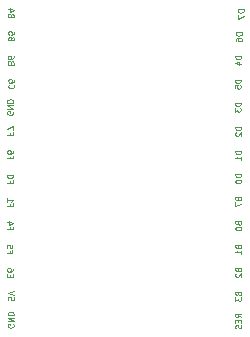
<source format=gbr>
%TF.GenerationSoftware,KiCad,Pcbnew,9.0.4*%
%TF.CreationDate,2025-11-28T03:43:33-08:00*%
%TF.ProjectId,ATmega32u4_Dev,41546d65-6761-4333-9275-345f4465762e,rev?*%
%TF.SameCoordinates,Original*%
%TF.FileFunction,Legend,Bot*%
%TF.FilePolarity,Positive*%
%FSLAX46Y46*%
G04 Gerber Fmt 4.6, Leading zero omitted, Abs format (unit mm)*
G04 Created by KiCad (PCBNEW 9.0.4) date 2025-11-28 03:43:33*
%MOMM*%
%LPD*%
G01*
G04 APERTURE LIST*
%ADD10C,0.100000*%
G04 APERTURE END LIST*
D10*
X168833609Y-111220550D02*
X168595514Y-111053884D01*
X168833609Y-110934836D02*
X168333609Y-110934836D01*
X168333609Y-110934836D02*
X168333609Y-111125312D01*
X168333609Y-111125312D02*
X168357419Y-111172931D01*
X168357419Y-111172931D02*
X168381228Y-111196741D01*
X168381228Y-111196741D02*
X168428847Y-111220550D01*
X168428847Y-111220550D02*
X168500276Y-111220550D01*
X168500276Y-111220550D02*
X168547895Y-111196741D01*
X168547895Y-111196741D02*
X168571704Y-111172931D01*
X168571704Y-111172931D02*
X168595514Y-111125312D01*
X168595514Y-111125312D02*
X168595514Y-110934836D01*
X168571704Y-111434836D02*
X168571704Y-111601503D01*
X168833609Y-111672931D02*
X168833609Y-111434836D01*
X168833609Y-111434836D02*
X168333609Y-111434836D01*
X168333609Y-111434836D02*
X168333609Y-111672931D01*
X168809800Y-111863408D02*
X168833609Y-111934836D01*
X168833609Y-111934836D02*
X168833609Y-112053884D01*
X168833609Y-112053884D02*
X168809800Y-112101503D01*
X168809800Y-112101503D02*
X168785990Y-112125312D01*
X168785990Y-112125312D02*
X168738371Y-112149122D01*
X168738371Y-112149122D02*
X168690752Y-112149122D01*
X168690752Y-112149122D02*
X168643133Y-112125312D01*
X168643133Y-112125312D02*
X168619323Y-112101503D01*
X168619323Y-112101503D02*
X168595514Y-112053884D01*
X168595514Y-112053884D02*
X168571704Y-111958646D01*
X168571704Y-111958646D02*
X168547895Y-111911027D01*
X168547895Y-111911027D02*
X168524085Y-111887217D01*
X168524085Y-111887217D02*
X168476466Y-111863408D01*
X168476466Y-111863408D02*
X168428847Y-111863408D01*
X168428847Y-111863408D02*
X168381228Y-111887217D01*
X168381228Y-111887217D02*
X168357419Y-111911027D01*
X168357419Y-111911027D02*
X168333609Y-111958646D01*
X168333609Y-111958646D02*
X168333609Y-112077693D01*
X168333609Y-112077693D02*
X168357419Y-112149122D01*
X168571704Y-109201503D02*
X168595514Y-109272931D01*
X168595514Y-109272931D02*
X168619323Y-109296741D01*
X168619323Y-109296741D02*
X168666942Y-109320550D01*
X168666942Y-109320550D02*
X168738371Y-109320550D01*
X168738371Y-109320550D02*
X168785990Y-109296741D01*
X168785990Y-109296741D02*
X168809800Y-109272931D01*
X168809800Y-109272931D02*
X168833609Y-109225312D01*
X168833609Y-109225312D02*
X168833609Y-109034836D01*
X168833609Y-109034836D02*
X168333609Y-109034836D01*
X168333609Y-109034836D02*
X168333609Y-109201503D01*
X168333609Y-109201503D02*
X168357419Y-109249122D01*
X168357419Y-109249122D02*
X168381228Y-109272931D01*
X168381228Y-109272931D02*
X168428847Y-109296741D01*
X168428847Y-109296741D02*
X168476466Y-109296741D01*
X168476466Y-109296741D02*
X168524085Y-109272931D01*
X168524085Y-109272931D02*
X168547895Y-109249122D01*
X168547895Y-109249122D02*
X168571704Y-109201503D01*
X168571704Y-109201503D02*
X168571704Y-109034836D01*
X168333609Y-109487217D02*
X168333609Y-109796741D01*
X168333609Y-109796741D02*
X168524085Y-109630074D01*
X168524085Y-109630074D02*
X168524085Y-109701503D01*
X168524085Y-109701503D02*
X168547895Y-109749122D01*
X168547895Y-109749122D02*
X168571704Y-109772931D01*
X168571704Y-109772931D02*
X168619323Y-109796741D01*
X168619323Y-109796741D02*
X168738371Y-109796741D01*
X168738371Y-109796741D02*
X168785990Y-109772931D01*
X168785990Y-109772931D02*
X168809800Y-109749122D01*
X168809800Y-109749122D02*
X168833609Y-109701503D01*
X168833609Y-109701503D02*
X168833609Y-109558646D01*
X168833609Y-109558646D02*
X168809800Y-109511027D01*
X168809800Y-109511027D02*
X168785990Y-109487217D01*
X168571704Y-107201503D02*
X168595514Y-107272931D01*
X168595514Y-107272931D02*
X168619323Y-107296741D01*
X168619323Y-107296741D02*
X168666942Y-107320550D01*
X168666942Y-107320550D02*
X168738371Y-107320550D01*
X168738371Y-107320550D02*
X168785990Y-107296741D01*
X168785990Y-107296741D02*
X168809800Y-107272931D01*
X168809800Y-107272931D02*
X168833609Y-107225312D01*
X168833609Y-107225312D02*
X168833609Y-107034836D01*
X168833609Y-107034836D02*
X168333609Y-107034836D01*
X168333609Y-107034836D02*
X168333609Y-107201503D01*
X168333609Y-107201503D02*
X168357419Y-107249122D01*
X168357419Y-107249122D02*
X168381228Y-107272931D01*
X168381228Y-107272931D02*
X168428847Y-107296741D01*
X168428847Y-107296741D02*
X168476466Y-107296741D01*
X168476466Y-107296741D02*
X168524085Y-107272931D01*
X168524085Y-107272931D02*
X168547895Y-107249122D01*
X168547895Y-107249122D02*
X168571704Y-107201503D01*
X168571704Y-107201503D02*
X168571704Y-107034836D01*
X168381228Y-107511027D02*
X168357419Y-107534836D01*
X168357419Y-107534836D02*
X168333609Y-107582455D01*
X168333609Y-107582455D02*
X168333609Y-107701503D01*
X168333609Y-107701503D02*
X168357419Y-107749122D01*
X168357419Y-107749122D02*
X168381228Y-107772931D01*
X168381228Y-107772931D02*
X168428847Y-107796741D01*
X168428847Y-107796741D02*
X168476466Y-107796741D01*
X168476466Y-107796741D02*
X168547895Y-107772931D01*
X168547895Y-107772931D02*
X168833609Y-107487217D01*
X168833609Y-107487217D02*
X168833609Y-107796741D01*
X168571704Y-105251503D02*
X168595514Y-105322931D01*
X168595514Y-105322931D02*
X168619323Y-105346741D01*
X168619323Y-105346741D02*
X168666942Y-105370550D01*
X168666942Y-105370550D02*
X168738371Y-105370550D01*
X168738371Y-105370550D02*
X168785990Y-105346741D01*
X168785990Y-105346741D02*
X168809800Y-105322931D01*
X168809800Y-105322931D02*
X168833609Y-105275312D01*
X168833609Y-105275312D02*
X168833609Y-105084836D01*
X168833609Y-105084836D02*
X168333609Y-105084836D01*
X168333609Y-105084836D02*
X168333609Y-105251503D01*
X168333609Y-105251503D02*
X168357419Y-105299122D01*
X168357419Y-105299122D02*
X168381228Y-105322931D01*
X168381228Y-105322931D02*
X168428847Y-105346741D01*
X168428847Y-105346741D02*
X168476466Y-105346741D01*
X168476466Y-105346741D02*
X168524085Y-105322931D01*
X168524085Y-105322931D02*
X168547895Y-105299122D01*
X168547895Y-105299122D02*
X168571704Y-105251503D01*
X168571704Y-105251503D02*
X168571704Y-105084836D01*
X168833609Y-105846741D02*
X168833609Y-105561027D01*
X168833609Y-105703884D02*
X168333609Y-105703884D01*
X168333609Y-105703884D02*
X168405038Y-105656265D01*
X168405038Y-105656265D02*
X168452657Y-105608646D01*
X168452657Y-105608646D02*
X168476466Y-105561027D01*
X168571704Y-103251503D02*
X168595514Y-103322931D01*
X168595514Y-103322931D02*
X168619323Y-103346741D01*
X168619323Y-103346741D02*
X168666942Y-103370550D01*
X168666942Y-103370550D02*
X168738371Y-103370550D01*
X168738371Y-103370550D02*
X168785990Y-103346741D01*
X168785990Y-103346741D02*
X168809800Y-103322931D01*
X168809800Y-103322931D02*
X168833609Y-103275312D01*
X168833609Y-103275312D02*
X168833609Y-103084836D01*
X168833609Y-103084836D02*
X168333609Y-103084836D01*
X168333609Y-103084836D02*
X168333609Y-103251503D01*
X168333609Y-103251503D02*
X168357419Y-103299122D01*
X168357419Y-103299122D02*
X168381228Y-103322931D01*
X168381228Y-103322931D02*
X168428847Y-103346741D01*
X168428847Y-103346741D02*
X168476466Y-103346741D01*
X168476466Y-103346741D02*
X168524085Y-103322931D01*
X168524085Y-103322931D02*
X168547895Y-103299122D01*
X168547895Y-103299122D02*
X168571704Y-103251503D01*
X168571704Y-103251503D02*
X168571704Y-103084836D01*
X168333609Y-103680074D02*
X168333609Y-103727693D01*
X168333609Y-103727693D02*
X168357419Y-103775312D01*
X168357419Y-103775312D02*
X168381228Y-103799122D01*
X168381228Y-103799122D02*
X168428847Y-103822931D01*
X168428847Y-103822931D02*
X168524085Y-103846741D01*
X168524085Y-103846741D02*
X168643133Y-103846741D01*
X168643133Y-103846741D02*
X168738371Y-103822931D01*
X168738371Y-103822931D02*
X168785990Y-103799122D01*
X168785990Y-103799122D02*
X168809800Y-103775312D01*
X168809800Y-103775312D02*
X168833609Y-103727693D01*
X168833609Y-103727693D02*
X168833609Y-103680074D01*
X168833609Y-103680074D02*
X168809800Y-103632455D01*
X168809800Y-103632455D02*
X168785990Y-103608646D01*
X168785990Y-103608646D02*
X168738371Y-103584836D01*
X168738371Y-103584836D02*
X168643133Y-103561027D01*
X168643133Y-103561027D02*
X168524085Y-103561027D01*
X168524085Y-103561027D02*
X168428847Y-103584836D01*
X168428847Y-103584836D02*
X168381228Y-103608646D01*
X168381228Y-103608646D02*
X168357419Y-103632455D01*
X168357419Y-103632455D02*
X168333609Y-103680074D01*
X168571704Y-101201503D02*
X168595514Y-101272931D01*
X168595514Y-101272931D02*
X168619323Y-101296741D01*
X168619323Y-101296741D02*
X168666942Y-101320550D01*
X168666942Y-101320550D02*
X168738371Y-101320550D01*
X168738371Y-101320550D02*
X168785990Y-101296741D01*
X168785990Y-101296741D02*
X168809800Y-101272931D01*
X168809800Y-101272931D02*
X168833609Y-101225312D01*
X168833609Y-101225312D02*
X168833609Y-101034836D01*
X168833609Y-101034836D02*
X168333609Y-101034836D01*
X168333609Y-101034836D02*
X168333609Y-101201503D01*
X168333609Y-101201503D02*
X168357419Y-101249122D01*
X168357419Y-101249122D02*
X168381228Y-101272931D01*
X168381228Y-101272931D02*
X168428847Y-101296741D01*
X168428847Y-101296741D02*
X168476466Y-101296741D01*
X168476466Y-101296741D02*
X168524085Y-101272931D01*
X168524085Y-101272931D02*
X168547895Y-101249122D01*
X168547895Y-101249122D02*
X168571704Y-101201503D01*
X168571704Y-101201503D02*
X168571704Y-101034836D01*
X168333609Y-101487217D02*
X168333609Y-101820550D01*
X168333609Y-101820550D02*
X168833609Y-101606265D01*
X168833609Y-99084836D02*
X168333609Y-99084836D01*
X168333609Y-99084836D02*
X168333609Y-99203884D01*
X168333609Y-99203884D02*
X168357419Y-99275312D01*
X168357419Y-99275312D02*
X168405038Y-99322931D01*
X168405038Y-99322931D02*
X168452657Y-99346741D01*
X168452657Y-99346741D02*
X168547895Y-99370550D01*
X168547895Y-99370550D02*
X168619323Y-99370550D01*
X168619323Y-99370550D02*
X168714561Y-99346741D01*
X168714561Y-99346741D02*
X168762180Y-99322931D01*
X168762180Y-99322931D02*
X168809800Y-99275312D01*
X168809800Y-99275312D02*
X168833609Y-99203884D01*
X168833609Y-99203884D02*
X168833609Y-99084836D01*
X168333609Y-99680074D02*
X168333609Y-99727693D01*
X168333609Y-99727693D02*
X168357419Y-99775312D01*
X168357419Y-99775312D02*
X168381228Y-99799122D01*
X168381228Y-99799122D02*
X168428847Y-99822931D01*
X168428847Y-99822931D02*
X168524085Y-99846741D01*
X168524085Y-99846741D02*
X168643133Y-99846741D01*
X168643133Y-99846741D02*
X168738371Y-99822931D01*
X168738371Y-99822931D02*
X168785990Y-99799122D01*
X168785990Y-99799122D02*
X168809800Y-99775312D01*
X168809800Y-99775312D02*
X168833609Y-99727693D01*
X168833609Y-99727693D02*
X168833609Y-99680074D01*
X168833609Y-99680074D02*
X168809800Y-99632455D01*
X168809800Y-99632455D02*
X168785990Y-99608646D01*
X168785990Y-99608646D02*
X168738371Y-99584836D01*
X168738371Y-99584836D02*
X168643133Y-99561027D01*
X168643133Y-99561027D02*
X168524085Y-99561027D01*
X168524085Y-99561027D02*
X168428847Y-99584836D01*
X168428847Y-99584836D02*
X168381228Y-99608646D01*
X168381228Y-99608646D02*
X168357419Y-99632455D01*
X168357419Y-99632455D02*
X168333609Y-99680074D01*
X168833609Y-97134836D02*
X168333609Y-97134836D01*
X168333609Y-97134836D02*
X168333609Y-97253884D01*
X168333609Y-97253884D02*
X168357419Y-97325312D01*
X168357419Y-97325312D02*
X168405038Y-97372931D01*
X168405038Y-97372931D02*
X168452657Y-97396741D01*
X168452657Y-97396741D02*
X168547895Y-97420550D01*
X168547895Y-97420550D02*
X168619323Y-97420550D01*
X168619323Y-97420550D02*
X168714561Y-97396741D01*
X168714561Y-97396741D02*
X168762180Y-97372931D01*
X168762180Y-97372931D02*
X168809800Y-97325312D01*
X168809800Y-97325312D02*
X168833609Y-97253884D01*
X168833609Y-97253884D02*
X168833609Y-97134836D01*
X168833609Y-97896741D02*
X168833609Y-97611027D01*
X168833609Y-97753884D02*
X168333609Y-97753884D01*
X168333609Y-97753884D02*
X168405038Y-97706265D01*
X168405038Y-97706265D02*
X168452657Y-97658646D01*
X168452657Y-97658646D02*
X168476466Y-97611027D01*
X168833609Y-95084836D02*
X168333609Y-95084836D01*
X168333609Y-95084836D02*
X168333609Y-95203884D01*
X168333609Y-95203884D02*
X168357419Y-95275312D01*
X168357419Y-95275312D02*
X168405038Y-95322931D01*
X168405038Y-95322931D02*
X168452657Y-95346741D01*
X168452657Y-95346741D02*
X168547895Y-95370550D01*
X168547895Y-95370550D02*
X168619323Y-95370550D01*
X168619323Y-95370550D02*
X168714561Y-95346741D01*
X168714561Y-95346741D02*
X168762180Y-95322931D01*
X168762180Y-95322931D02*
X168809800Y-95275312D01*
X168809800Y-95275312D02*
X168833609Y-95203884D01*
X168833609Y-95203884D02*
X168833609Y-95084836D01*
X168381228Y-95561027D02*
X168357419Y-95584836D01*
X168357419Y-95584836D02*
X168333609Y-95632455D01*
X168333609Y-95632455D02*
X168333609Y-95751503D01*
X168333609Y-95751503D02*
X168357419Y-95799122D01*
X168357419Y-95799122D02*
X168381228Y-95822931D01*
X168381228Y-95822931D02*
X168428847Y-95846741D01*
X168428847Y-95846741D02*
X168476466Y-95846741D01*
X168476466Y-95846741D02*
X168547895Y-95822931D01*
X168547895Y-95822931D02*
X168833609Y-95537217D01*
X168833609Y-95537217D02*
X168833609Y-95846741D01*
X168783609Y-93034836D02*
X168283609Y-93034836D01*
X168283609Y-93034836D02*
X168283609Y-93153884D01*
X168283609Y-93153884D02*
X168307419Y-93225312D01*
X168307419Y-93225312D02*
X168355038Y-93272931D01*
X168355038Y-93272931D02*
X168402657Y-93296741D01*
X168402657Y-93296741D02*
X168497895Y-93320550D01*
X168497895Y-93320550D02*
X168569323Y-93320550D01*
X168569323Y-93320550D02*
X168664561Y-93296741D01*
X168664561Y-93296741D02*
X168712180Y-93272931D01*
X168712180Y-93272931D02*
X168759800Y-93225312D01*
X168759800Y-93225312D02*
X168783609Y-93153884D01*
X168783609Y-93153884D02*
X168783609Y-93034836D01*
X168283609Y-93487217D02*
X168283609Y-93796741D01*
X168283609Y-93796741D02*
X168474085Y-93630074D01*
X168474085Y-93630074D02*
X168474085Y-93701503D01*
X168474085Y-93701503D02*
X168497895Y-93749122D01*
X168497895Y-93749122D02*
X168521704Y-93772931D01*
X168521704Y-93772931D02*
X168569323Y-93796741D01*
X168569323Y-93796741D02*
X168688371Y-93796741D01*
X168688371Y-93796741D02*
X168735990Y-93772931D01*
X168735990Y-93772931D02*
X168759800Y-93749122D01*
X168759800Y-93749122D02*
X168783609Y-93701503D01*
X168783609Y-93701503D02*
X168783609Y-93558646D01*
X168783609Y-93558646D02*
X168759800Y-93511027D01*
X168759800Y-93511027D02*
X168735990Y-93487217D01*
X168783609Y-91084836D02*
X168283609Y-91084836D01*
X168283609Y-91084836D02*
X168283609Y-91203884D01*
X168283609Y-91203884D02*
X168307419Y-91275312D01*
X168307419Y-91275312D02*
X168355038Y-91322931D01*
X168355038Y-91322931D02*
X168402657Y-91346741D01*
X168402657Y-91346741D02*
X168497895Y-91370550D01*
X168497895Y-91370550D02*
X168569323Y-91370550D01*
X168569323Y-91370550D02*
X168664561Y-91346741D01*
X168664561Y-91346741D02*
X168712180Y-91322931D01*
X168712180Y-91322931D02*
X168759800Y-91275312D01*
X168759800Y-91275312D02*
X168783609Y-91203884D01*
X168783609Y-91203884D02*
X168783609Y-91084836D01*
X168283609Y-91822931D02*
X168283609Y-91584836D01*
X168283609Y-91584836D02*
X168521704Y-91561027D01*
X168521704Y-91561027D02*
X168497895Y-91584836D01*
X168497895Y-91584836D02*
X168474085Y-91632455D01*
X168474085Y-91632455D02*
X168474085Y-91751503D01*
X168474085Y-91751503D02*
X168497895Y-91799122D01*
X168497895Y-91799122D02*
X168521704Y-91822931D01*
X168521704Y-91822931D02*
X168569323Y-91846741D01*
X168569323Y-91846741D02*
X168688371Y-91846741D01*
X168688371Y-91846741D02*
X168735990Y-91822931D01*
X168735990Y-91822931D02*
X168759800Y-91799122D01*
X168759800Y-91799122D02*
X168783609Y-91751503D01*
X168783609Y-91751503D02*
X168783609Y-91632455D01*
X168783609Y-91632455D02*
X168759800Y-91584836D01*
X168759800Y-91584836D02*
X168735990Y-91561027D01*
X168833609Y-89084836D02*
X168333609Y-89084836D01*
X168333609Y-89084836D02*
X168333609Y-89203884D01*
X168333609Y-89203884D02*
X168357419Y-89275312D01*
X168357419Y-89275312D02*
X168405038Y-89322931D01*
X168405038Y-89322931D02*
X168452657Y-89346741D01*
X168452657Y-89346741D02*
X168547895Y-89370550D01*
X168547895Y-89370550D02*
X168619323Y-89370550D01*
X168619323Y-89370550D02*
X168714561Y-89346741D01*
X168714561Y-89346741D02*
X168762180Y-89322931D01*
X168762180Y-89322931D02*
X168809800Y-89275312D01*
X168809800Y-89275312D02*
X168833609Y-89203884D01*
X168833609Y-89203884D02*
X168833609Y-89084836D01*
X168500276Y-89799122D02*
X168833609Y-89799122D01*
X168309800Y-89680074D02*
X168666942Y-89561027D01*
X168666942Y-89561027D02*
X168666942Y-89870550D01*
X168883609Y-87084836D02*
X168383609Y-87084836D01*
X168383609Y-87084836D02*
X168383609Y-87203884D01*
X168383609Y-87203884D02*
X168407419Y-87275312D01*
X168407419Y-87275312D02*
X168455038Y-87322931D01*
X168455038Y-87322931D02*
X168502657Y-87346741D01*
X168502657Y-87346741D02*
X168597895Y-87370550D01*
X168597895Y-87370550D02*
X168669323Y-87370550D01*
X168669323Y-87370550D02*
X168764561Y-87346741D01*
X168764561Y-87346741D02*
X168812180Y-87322931D01*
X168812180Y-87322931D02*
X168859800Y-87275312D01*
X168859800Y-87275312D02*
X168883609Y-87203884D01*
X168883609Y-87203884D02*
X168883609Y-87084836D01*
X168383609Y-87799122D02*
X168383609Y-87703884D01*
X168383609Y-87703884D02*
X168407419Y-87656265D01*
X168407419Y-87656265D02*
X168431228Y-87632455D01*
X168431228Y-87632455D02*
X168502657Y-87584836D01*
X168502657Y-87584836D02*
X168597895Y-87561027D01*
X168597895Y-87561027D02*
X168788371Y-87561027D01*
X168788371Y-87561027D02*
X168835990Y-87584836D01*
X168835990Y-87584836D02*
X168859800Y-87608646D01*
X168859800Y-87608646D02*
X168883609Y-87656265D01*
X168883609Y-87656265D02*
X168883609Y-87751503D01*
X168883609Y-87751503D02*
X168859800Y-87799122D01*
X168859800Y-87799122D02*
X168835990Y-87822931D01*
X168835990Y-87822931D02*
X168788371Y-87846741D01*
X168788371Y-87846741D02*
X168669323Y-87846741D01*
X168669323Y-87846741D02*
X168621704Y-87822931D01*
X168621704Y-87822931D02*
X168597895Y-87799122D01*
X168597895Y-87799122D02*
X168574085Y-87751503D01*
X168574085Y-87751503D02*
X168574085Y-87656265D01*
X168574085Y-87656265D02*
X168597895Y-87608646D01*
X168597895Y-87608646D02*
X168621704Y-87584836D01*
X168621704Y-87584836D02*
X168669323Y-87561027D01*
X169033609Y-85134836D02*
X168533609Y-85134836D01*
X168533609Y-85134836D02*
X168533609Y-85253884D01*
X168533609Y-85253884D02*
X168557419Y-85325312D01*
X168557419Y-85325312D02*
X168605038Y-85372931D01*
X168605038Y-85372931D02*
X168652657Y-85396741D01*
X168652657Y-85396741D02*
X168747895Y-85420550D01*
X168747895Y-85420550D02*
X168819323Y-85420550D01*
X168819323Y-85420550D02*
X168914561Y-85396741D01*
X168914561Y-85396741D02*
X168962180Y-85372931D01*
X168962180Y-85372931D02*
X169009800Y-85325312D01*
X169009800Y-85325312D02*
X169033609Y-85253884D01*
X169033609Y-85253884D02*
X169033609Y-85134836D01*
X168533609Y-85587217D02*
X168533609Y-85920550D01*
X168533609Y-85920550D02*
X169033609Y-85706265D01*
X149542580Y-111803258D02*
X149566390Y-111850877D01*
X149566390Y-111850877D02*
X149566390Y-111922306D01*
X149566390Y-111922306D02*
X149542580Y-111993734D01*
X149542580Y-111993734D02*
X149494961Y-112041353D01*
X149494961Y-112041353D02*
X149447342Y-112065163D01*
X149447342Y-112065163D02*
X149352104Y-112088972D01*
X149352104Y-112088972D02*
X149280676Y-112088972D01*
X149280676Y-112088972D02*
X149185438Y-112065163D01*
X149185438Y-112065163D02*
X149137819Y-112041353D01*
X149137819Y-112041353D02*
X149090200Y-111993734D01*
X149090200Y-111993734D02*
X149066390Y-111922306D01*
X149066390Y-111922306D02*
X149066390Y-111874687D01*
X149066390Y-111874687D02*
X149090200Y-111803258D01*
X149090200Y-111803258D02*
X149114009Y-111779449D01*
X149114009Y-111779449D02*
X149280676Y-111779449D01*
X149280676Y-111779449D02*
X149280676Y-111874687D01*
X149066390Y-111565163D02*
X149566390Y-111565163D01*
X149566390Y-111565163D02*
X149066390Y-111279449D01*
X149066390Y-111279449D02*
X149566390Y-111279449D01*
X149066390Y-111041353D02*
X149566390Y-111041353D01*
X149566390Y-111041353D02*
X149566390Y-110922305D01*
X149566390Y-110922305D02*
X149542580Y-110850877D01*
X149542580Y-110850877D02*
X149494961Y-110803258D01*
X149494961Y-110803258D02*
X149447342Y-110779448D01*
X149447342Y-110779448D02*
X149352104Y-110755639D01*
X149352104Y-110755639D02*
X149280676Y-110755639D01*
X149280676Y-110755639D02*
X149185438Y-110779448D01*
X149185438Y-110779448D02*
X149137819Y-110803258D01*
X149137819Y-110803258D02*
X149090200Y-110850877D01*
X149090200Y-110850877D02*
X149066390Y-110922305D01*
X149066390Y-110922305D02*
X149066390Y-111041353D01*
X149566390Y-109477068D02*
X149566390Y-109715163D01*
X149566390Y-109715163D02*
X149328295Y-109738972D01*
X149328295Y-109738972D02*
X149352104Y-109715163D01*
X149352104Y-109715163D02*
X149375914Y-109667544D01*
X149375914Y-109667544D02*
X149375914Y-109548496D01*
X149375914Y-109548496D02*
X149352104Y-109500877D01*
X149352104Y-109500877D02*
X149328295Y-109477068D01*
X149328295Y-109477068D02*
X149280676Y-109453258D01*
X149280676Y-109453258D02*
X149161628Y-109453258D01*
X149161628Y-109453258D02*
X149114009Y-109477068D01*
X149114009Y-109477068D02*
X149090200Y-109500877D01*
X149090200Y-109500877D02*
X149066390Y-109548496D01*
X149066390Y-109548496D02*
X149066390Y-109667544D01*
X149066390Y-109667544D02*
X149090200Y-109715163D01*
X149090200Y-109715163D02*
X149114009Y-109738972D01*
X149566390Y-109310401D02*
X149066390Y-109143735D01*
X149066390Y-109143735D02*
X149566390Y-108977068D01*
X149278295Y-107765163D02*
X149278295Y-107598496D01*
X149016390Y-107527068D02*
X149016390Y-107765163D01*
X149016390Y-107765163D02*
X149516390Y-107765163D01*
X149516390Y-107765163D02*
X149516390Y-107527068D01*
X149516390Y-107098496D02*
X149516390Y-107193734D01*
X149516390Y-107193734D02*
X149492580Y-107241353D01*
X149492580Y-107241353D02*
X149468771Y-107265163D01*
X149468771Y-107265163D02*
X149397342Y-107312782D01*
X149397342Y-107312782D02*
X149302104Y-107336591D01*
X149302104Y-107336591D02*
X149111628Y-107336591D01*
X149111628Y-107336591D02*
X149064009Y-107312782D01*
X149064009Y-107312782D02*
X149040200Y-107288972D01*
X149040200Y-107288972D02*
X149016390Y-107241353D01*
X149016390Y-107241353D02*
X149016390Y-107146115D01*
X149016390Y-107146115D02*
X149040200Y-107098496D01*
X149040200Y-107098496D02*
X149064009Y-107074687D01*
X149064009Y-107074687D02*
X149111628Y-107050877D01*
X149111628Y-107050877D02*
X149230676Y-107050877D01*
X149230676Y-107050877D02*
X149278295Y-107074687D01*
X149278295Y-107074687D02*
X149302104Y-107098496D01*
X149302104Y-107098496D02*
X149325914Y-107146115D01*
X149325914Y-107146115D02*
X149325914Y-107241353D01*
X149325914Y-107241353D02*
X149302104Y-107288972D01*
X149302104Y-107288972D02*
X149278295Y-107312782D01*
X149278295Y-107312782D02*
X149230676Y-107336591D01*
X149228295Y-105598496D02*
X149228295Y-105765163D01*
X148966390Y-105765163D02*
X149466390Y-105765163D01*
X149466390Y-105765163D02*
X149466390Y-105527068D01*
X149466390Y-105098497D02*
X149466390Y-105336592D01*
X149466390Y-105336592D02*
X149228295Y-105360401D01*
X149228295Y-105360401D02*
X149252104Y-105336592D01*
X149252104Y-105336592D02*
X149275914Y-105288973D01*
X149275914Y-105288973D02*
X149275914Y-105169925D01*
X149275914Y-105169925D02*
X149252104Y-105122306D01*
X149252104Y-105122306D02*
X149228295Y-105098497D01*
X149228295Y-105098497D02*
X149180676Y-105074687D01*
X149180676Y-105074687D02*
X149061628Y-105074687D01*
X149061628Y-105074687D02*
X149014009Y-105098497D01*
X149014009Y-105098497D02*
X148990200Y-105122306D01*
X148990200Y-105122306D02*
X148966390Y-105169925D01*
X148966390Y-105169925D02*
X148966390Y-105288973D01*
X148966390Y-105288973D02*
X148990200Y-105336592D01*
X148990200Y-105336592D02*
X149014009Y-105360401D01*
X149278295Y-103598496D02*
X149278295Y-103765163D01*
X149016390Y-103765163D02*
X149516390Y-103765163D01*
X149516390Y-103765163D02*
X149516390Y-103527068D01*
X149349723Y-103122306D02*
X149016390Y-103122306D01*
X149540200Y-103241354D02*
X149183057Y-103360401D01*
X149183057Y-103360401D02*
X149183057Y-103050878D01*
X149278295Y-101648496D02*
X149278295Y-101815163D01*
X149016390Y-101815163D02*
X149516390Y-101815163D01*
X149516390Y-101815163D02*
X149516390Y-101577068D01*
X149016390Y-101124687D02*
X149016390Y-101410401D01*
X149016390Y-101267544D02*
X149516390Y-101267544D01*
X149516390Y-101267544D02*
X149444961Y-101315163D01*
X149444961Y-101315163D02*
X149397342Y-101362782D01*
X149397342Y-101362782D02*
X149373533Y-101410401D01*
X149278295Y-99648496D02*
X149278295Y-99815163D01*
X149016390Y-99815163D02*
X149516390Y-99815163D01*
X149516390Y-99815163D02*
X149516390Y-99577068D01*
X149516390Y-99291354D02*
X149516390Y-99243735D01*
X149516390Y-99243735D02*
X149492580Y-99196116D01*
X149492580Y-99196116D02*
X149468771Y-99172306D01*
X149468771Y-99172306D02*
X149421152Y-99148497D01*
X149421152Y-99148497D02*
X149325914Y-99124687D01*
X149325914Y-99124687D02*
X149206866Y-99124687D01*
X149206866Y-99124687D02*
X149111628Y-99148497D01*
X149111628Y-99148497D02*
X149064009Y-99172306D01*
X149064009Y-99172306D02*
X149040200Y-99196116D01*
X149040200Y-99196116D02*
X149016390Y-99243735D01*
X149016390Y-99243735D02*
X149016390Y-99291354D01*
X149016390Y-99291354D02*
X149040200Y-99338973D01*
X149040200Y-99338973D02*
X149064009Y-99362782D01*
X149064009Y-99362782D02*
X149111628Y-99386592D01*
X149111628Y-99386592D02*
X149206866Y-99410401D01*
X149206866Y-99410401D02*
X149325914Y-99410401D01*
X149325914Y-99410401D02*
X149421152Y-99386592D01*
X149421152Y-99386592D02*
X149468771Y-99362782D01*
X149468771Y-99362782D02*
X149492580Y-99338973D01*
X149492580Y-99338973D02*
X149516390Y-99291354D01*
X149278295Y-97598496D02*
X149278295Y-97765163D01*
X149016390Y-97765163D02*
X149516390Y-97765163D01*
X149516390Y-97765163D02*
X149516390Y-97527068D01*
X149516390Y-97122306D02*
X149516390Y-97217544D01*
X149516390Y-97217544D02*
X149492580Y-97265163D01*
X149492580Y-97265163D02*
X149468771Y-97288973D01*
X149468771Y-97288973D02*
X149397342Y-97336592D01*
X149397342Y-97336592D02*
X149302104Y-97360401D01*
X149302104Y-97360401D02*
X149111628Y-97360401D01*
X149111628Y-97360401D02*
X149064009Y-97336592D01*
X149064009Y-97336592D02*
X149040200Y-97312782D01*
X149040200Y-97312782D02*
X149016390Y-97265163D01*
X149016390Y-97265163D02*
X149016390Y-97169925D01*
X149016390Y-97169925D02*
X149040200Y-97122306D01*
X149040200Y-97122306D02*
X149064009Y-97098497D01*
X149064009Y-97098497D02*
X149111628Y-97074687D01*
X149111628Y-97074687D02*
X149230676Y-97074687D01*
X149230676Y-97074687D02*
X149278295Y-97098497D01*
X149278295Y-97098497D02*
X149302104Y-97122306D01*
X149302104Y-97122306D02*
X149325914Y-97169925D01*
X149325914Y-97169925D02*
X149325914Y-97265163D01*
X149325914Y-97265163D02*
X149302104Y-97312782D01*
X149302104Y-97312782D02*
X149278295Y-97336592D01*
X149278295Y-97336592D02*
X149230676Y-97360401D01*
X149278295Y-95598496D02*
X149278295Y-95765163D01*
X149016390Y-95765163D02*
X149516390Y-95765163D01*
X149516390Y-95765163D02*
X149516390Y-95527068D01*
X149516390Y-95384211D02*
X149516390Y-95050878D01*
X149516390Y-95050878D02*
X149016390Y-95265163D01*
X149492580Y-93803258D02*
X149516390Y-93850877D01*
X149516390Y-93850877D02*
X149516390Y-93922306D01*
X149516390Y-93922306D02*
X149492580Y-93993734D01*
X149492580Y-93993734D02*
X149444961Y-94041353D01*
X149444961Y-94041353D02*
X149397342Y-94065163D01*
X149397342Y-94065163D02*
X149302104Y-94088972D01*
X149302104Y-94088972D02*
X149230676Y-94088972D01*
X149230676Y-94088972D02*
X149135438Y-94065163D01*
X149135438Y-94065163D02*
X149087819Y-94041353D01*
X149087819Y-94041353D02*
X149040200Y-93993734D01*
X149040200Y-93993734D02*
X149016390Y-93922306D01*
X149016390Y-93922306D02*
X149016390Y-93874687D01*
X149016390Y-93874687D02*
X149040200Y-93803258D01*
X149040200Y-93803258D02*
X149064009Y-93779449D01*
X149064009Y-93779449D02*
X149230676Y-93779449D01*
X149230676Y-93779449D02*
X149230676Y-93874687D01*
X149016390Y-93565163D02*
X149516390Y-93565163D01*
X149516390Y-93565163D02*
X149016390Y-93279449D01*
X149016390Y-93279449D02*
X149516390Y-93279449D01*
X149016390Y-93041353D02*
X149516390Y-93041353D01*
X149516390Y-93041353D02*
X149516390Y-92922305D01*
X149516390Y-92922305D02*
X149492580Y-92850877D01*
X149492580Y-92850877D02*
X149444961Y-92803258D01*
X149444961Y-92803258D02*
X149397342Y-92779448D01*
X149397342Y-92779448D02*
X149302104Y-92755639D01*
X149302104Y-92755639D02*
X149230676Y-92755639D01*
X149230676Y-92755639D02*
X149135438Y-92779448D01*
X149135438Y-92779448D02*
X149087819Y-92803258D01*
X149087819Y-92803258D02*
X149040200Y-92850877D01*
X149040200Y-92850877D02*
X149016390Y-92922305D01*
X149016390Y-92922305D02*
X149016390Y-93041353D01*
X149164009Y-91529449D02*
X149140200Y-91553258D01*
X149140200Y-91553258D02*
X149116390Y-91624687D01*
X149116390Y-91624687D02*
X149116390Y-91672306D01*
X149116390Y-91672306D02*
X149140200Y-91743734D01*
X149140200Y-91743734D02*
X149187819Y-91791353D01*
X149187819Y-91791353D02*
X149235438Y-91815163D01*
X149235438Y-91815163D02*
X149330676Y-91838972D01*
X149330676Y-91838972D02*
X149402104Y-91838972D01*
X149402104Y-91838972D02*
X149497342Y-91815163D01*
X149497342Y-91815163D02*
X149544961Y-91791353D01*
X149544961Y-91791353D02*
X149592580Y-91743734D01*
X149592580Y-91743734D02*
X149616390Y-91672306D01*
X149616390Y-91672306D02*
X149616390Y-91624687D01*
X149616390Y-91624687D02*
X149592580Y-91553258D01*
X149592580Y-91553258D02*
X149568771Y-91529449D01*
X149616390Y-91100877D02*
X149616390Y-91196115D01*
X149616390Y-91196115D02*
X149592580Y-91243734D01*
X149592580Y-91243734D02*
X149568771Y-91267544D01*
X149568771Y-91267544D02*
X149497342Y-91315163D01*
X149497342Y-91315163D02*
X149402104Y-91338972D01*
X149402104Y-91338972D02*
X149211628Y-91338972D01*
X149211628Y-91338972D02*
X149164009Y-91315163D01*
X149164009Y-91315163D02*
X149140200Y-91291353D01*
X149140200Y-91291353D02*
X149116390Y-91243734D01*
X149116390Y-91243734D02*
X149116390Y-91148496D01*
X149116390Y-91148496D02*
X149140200Y-91100877D01*
X149140200Y-91100877D02*
X149164009Y-91077068D01*
X149164009Y-91077068D02*
X149211628Y-91053258D01*
X149211628Y-91053258D02*
X149330676Y-91053258D01*
X149330676Y-91053258D02*
X149378295Y-91077068D01*
X149378295Y-91077068D02*
X149402104Y-91100877D01*
X149402104Y-91100877D02*
X149425914Y-91148496D01*
X149425914Y-91148496D02*
X149425914Y-91243734D01*
X149425914Y-91243734D02*
X149402104Y-91291353D01*
X149402104Y-91291353D02*
X149378295Y-91315163D01*
X149378295Y-91315163D02*
X149330676Y-91338972D01*
X149328295Y-89648496D02*
X149304485Y-89577068D01*
X149304485Y-89577068D02*
X149280676Y-89553258D01*
X149280676Y-89553258D02*
X149233057Y-89529449D01*
X149233057Y-89529449D02*
X149161628Y-89529449D01*
X149161628Y-89529449D02*
X149114009Y-89553258D01*
X149114009Y-89553258D02*
X149090200Y-89577068D01*
X149090200Y-89577068D02*
X149066390Y-89624687D01*
X149066390Y-89624687D02*
X149066390Y-89815163D01*
X149066390Y-89815163D02*
X149566390Y-89815163D01*
X149566390Y-89815163D02*
X149566390Y-89648496D01*
X149566390Y-89648496D02*
X149542580Y-89600877D01*
X149542580Y-89600877D02*
X149518771Y-89577068D01*
X149518771Y-89577068D02*
X149471152Y-89553258D01*
X149471152Y-89553258D02*
X149423533Y-89553258D01*
X149423533Y-89553258D02*
X149375914Y-89577068D01*
X149375914Y-89577068D02*
X149352104Y-89600877D01*
X149352104Y-89600877D02*
X149328295Y-89648496D01*
X149328295Y-89648496D02*
X149328295Y-89815163D01*
X149566390Y-89100877D02*
X149566390Y-89196115D01*
X149566390Y-89196115D02*
X149542580Y-89243734D01*
X149542580Y-89243734D02*
X149518771Y-89267544D01*
X149518771Y-89267544D02*
X149447342Y-89315163D01*
X149447342Y-89315163D02*
X149352104Y-89338972D01*
X149352104Y-89338972D02*
X149161628Y-89338972D01*
X149161628Y-89338972D02*
X149114009Y-89315163D01*
X149114009Y-89315163D02*
X149090200Y-89291353D01*
X149090200Y-89291353D02*
X149066390Y-89243734D01*
X149066390Y-89243734D02*
X149066390Y-89148496D01*
X149066390Y-89148496D02*
X149090200Y-89100877D01*
X149090200Y-89100877D02*
X149114009Y-89077068D01*
X149114009Y-89077068D02*
X149161628Y-89053258D01*
X149161628Y-89053258D02*
X149280676Y-89053258D01*
X149280676Y-89053258D02*
X149328295Y-89077068D01*
X149328295Y-89077068D02*
X149352104Y-89100877D01*
X149352104Y-89100877D02*
X149375914Y-89148496D01*
X149375914Y-89148496D02*
X149375914Y-89243734D01*
X149375914Y-89243734D02*
X149352104Y-89291353D01*
X149352104Y-89291353D02*
X149328295Y-89315163D01*
X149328295Y-89315163D02*
X149280676Y-89338972D01*
X149378295Y-87598496D02*
X149354485Y-87527068D01*
X149354485Y-87527068D02*
X149330676Y-87503258D01*
X149330676Y-87503258D02*
X149283057Y-87479449D01*
X149283057Y-87479449D02*
X149211628Y-87479449D01*
X149211628Y-87479449D02*
X149164009Y-87503258D01*
X149164009Y-87503258D02*
X149140200Y-87527068D01*
X149140200Y-87527068D02*
X149116390Y-87574687D01*
X149116390Y-87574687D02*
X149116390Y-87765163D01*
X149116390Y-87765163D02*
X149616390Y-87765163D01*
X149616390Y-87765163D02*
X149616390Y-87598496D01*
X149616390Y-87598496D02*
X149592580Y-87550877D01*
X149592580Y-87550877D02*
X149568771Y-87527068D01*
X149568771Y-87527068D02*
X149521152Y-87503258D01*
X149521152Y-87503258D02*
X149473533Y-87503258D01*
X149473533Y-87503258D02*
X149425914Y-87527068D01*
X149425914Y-87527068D02*
X149402104Y-87550877D01*
X149402104Y-87550877D02*
X149378295Y-87598496D01*
X149378295Y-87598496D02*
X149378295Y-87765163D01*
X149616390Y-87027068D02*
X149616390Y-87265163D01*
X149616390Y-87265163D02*
X149378295Y-87288972D01*
X149378295Y-87288972D02*
X149402104Y-87265163D01*
X149402104Y-87265163D02*
X149425914Y-87217544D01*
X149425914Y-87217544D02*
X149425914Y-87098496D01*
X149425914Y-87098496D02*
X149402104Y-87050877D01*
X149402104Y-87050877D02*
X149378295Y-87027068D01*
X149378295Y-87027068D02*
X149330676Y-87003258D01*
X149330676Y-87003258D02*
X149211628Y-87003258D01*
X149211628Y-87003258D02*
X149164009Y-87027068D01*
X149164009Y-87027068D02*
X149140200Y-87050877D01*
X149140200Y-87050877D02*
X149116390Y-87098496D01*
X149116390Y-87098496D02*
X149116390Y-87217544D01*
X149116390Y-87217544D02*
X149140200Y-87265163D01*
X149140200Y-87265163D02*
X149164009Y-87288972D01*
X149328295Y-85648496D02*
X149304485Y-85577068D01*
X149304485Y-85577068D02*
X149280676Y-85553258D01*
X149280676Y-85553258D02*
X149233057Y-85529449D01*
X149233057Y-85529449D02*
X149161628Y-85529449D01*
X149161628Y-85529449D02*
X149114009Y-85553258D01*
X149114009Y-85553258D02*
X149090200Y-85577068D01*
X149090200Y-85577068D02*
X149066390Y-85624687D01*
X149066390Y-85624687D02*
X149066390Y-85815163D01*
X149066390Y-85815163D02*
X149566390Y-85815163D01*
X149566390Y-85815163D02*
X149566390Y-85648496D01*
X149566390Y-85648496D02*
X149542580Y-85600877D01*
X149542580Y-85600877D02*
X149518771Y-85577068D01*
X149518771Y-85577068D02*
X149471152Y-85553258D01*
X149471152Y-85553258D02*
X149423533Y-85553258D01*
X149423533Y-85553258D02*
X149375914Y-85577068D01*
X149375914Y-85577068D02*
X149352104Y-85600877D01*
X149352104Y-85600877D02*
X149328295Y-85648496D01*
X149328295Y-85648496D02*
X149328295Y-85815163D01*
X149399723Y-85100877D02*
X149066390Y-85100877D01*
X149590200Y-85219925D02*
X149233057Y-85338972D01*
X149233057Y-85338972D02*
X149233057Y-85029449D01*
M02*

</source>
